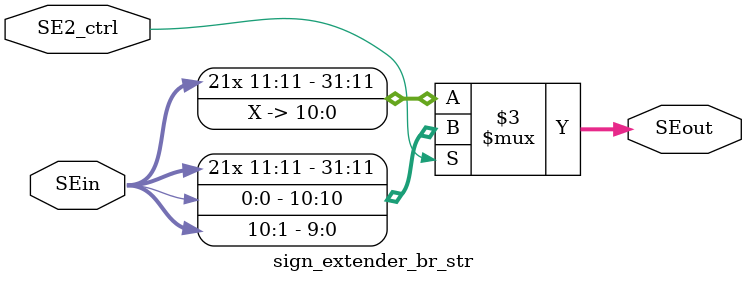
<source format=v>
module sign_extender_br_str(
    input[11:0] SEin,
    input SE2_ctrl,			       
    output [31:0] SEout	       
);
    
   always@(*)begin
      if(SE2_ctrl) SEout <= {{21{SEin[11]}},SEin[0], SEin[10:5],SEin[4:1]};
      else SEout <= {{21{SEin[11]}},SE[10:0]};
   end
 endmodule

</source>
